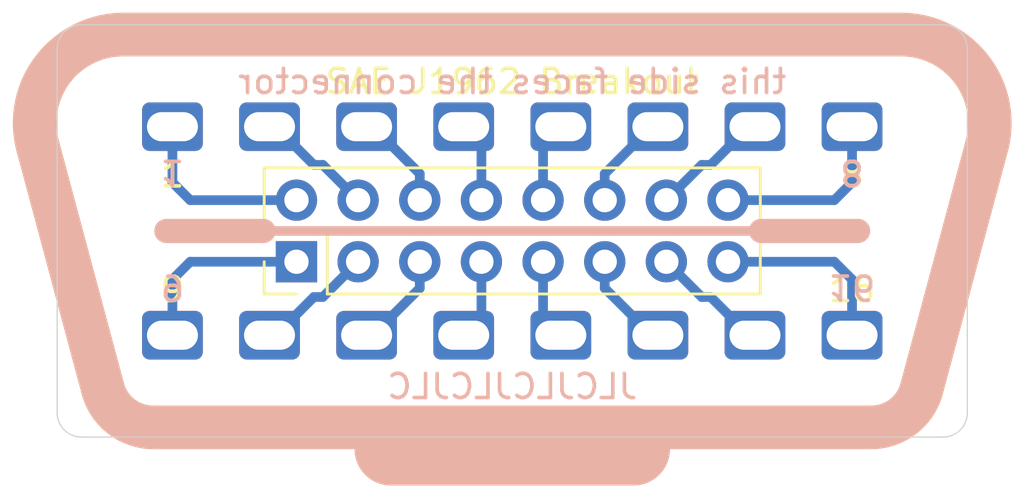
<source format=kicad_pcb>
(kicad_pcb (version 20240108) (generator "pcbnew") (generator_version "8.0")
  (layers (0 "F.Cu" signal) (31 "B.Cu" signal) (34 "B.Paste" user) (35 "F.Paste" user) (36 "B.SilkS" user "B.Silkscreen") (37 "F.SilkS" user "F.Silkscreen") (38 "B.Mask" user) (39 "F.Mask" user) (44 "Edge.Cuts" user))
  (net 0 "")
  (net 1 "Net-(J1-Pin_14)")
  (net 2 "Net-(J1-Pin_9)")
  (net 3 "Net-(J1-Pin_5)")
  (net 4 "Net-(J1-Pin_10)")
  (net 5 "Net-(J1-Pin_3)")
  (net 6 "Net-(J1-Pin_6)")
  (net 7 "Net-(J1-Pin_12)")
  (net 8 "Net-(J1-Pin_8)")
  (net 9 "Net-(J1-Pin_2)")
  (net 10 "Net-(J1-Pin_11)")
  (net 11 "Net-(J1-Pin_4)")
  (net 12 "Net-(J1-Pin_13)")
  (net 13 "Net-(J1-Pin_1)")
  (net 14 "Net-(J1-Pin_16)")
  (net 15 "Net-(J1-Pin_7)")
  (net 16 "Net-(J1-Pin_15)")
  (footprint "Connector_PinHeader_2.54mm:PinHeader_2x08_P2.54mm_Vertical" (layer "F.Cu") (at 141.11 101.27 90)
    (property "Reference" "J2" (hide yes))
    (property "Value" "Conn_02x08_Odd_Even" (hide yes))
    (fp_line (start 3.87 -1.33) (end 3.87 19.11) (stroke (width 0.12)) (layer "F.SilkS"))
    (fp_line (start 1.27 -1.33) (end 3.87 -1.33) (stroke (width 0.12)) (layer "F.SilkS"))
    (fp_line (start -1.33 -1.33) (end 0 -1.33) (stroke (width 0.12)) (layer "F.SilkS"))
    (fp_line (start -1.33 0) (end -1.33 -1.33) (stroke (width 0.12)) (layer "F.SilkS"))
    (fp_line (start 1.27 1.27) (end 1.27 -1.33) (stroke (width 0.12)) (layer "F.SilkS"))
    (fp_line (start -1.33 1.27) (end 1.27 1.27) (stroke (width 0.12)) (layer "F.SilkS"))
    (fp_line (start -1.33 1.27) (end -1.33 19.11) (stroke (width 0.12)) (layer "F.SilkS"))
    (fp_line (start -1.33 19.11) (end 3.87 19.11) (stroke (width 0.12)) (layer "F.SilkS"))
    (pad "1" thru_hole rect (at 0 0 90) (size 1.7 1.7) (drill 1) (layers "*.Cu" "*.Mask") (net 2 "Net-(J1-Pin_9)"))
    (pad "2" thru_hole oval (at 2.54 0 90) (size 1.7 1.7) (drill 1) (layers "*.Cu" "*.Mask") (net 13 "Net-(J1-Pin_1)"))
    (pad "3" thru_hole oval (at 0 2.54 90) (size 1.7 1.7) (drill 1) (layers "*.Cu" "*.Mask") (net 4 "Net-(J1-Pin_10)"))
    (pad "4" thru_hole oval (at 2.54 2.54 90) (size 1.7 1.7) (drill 1) (layers "*.Cu" "*.Mask") (net 9 "Net-(J1-Pin_2)"))
    (pad "5" thru_hole oval (at 0 5.08 90) (size 1.7 1.7) (drill 1) (layers "*.Cu" "*.Mask") (net 10 "Net-(J1-Pin_11)"))
    (pad "6" thru_hole oval (at 2.54 5.08 90) (size 1.7 1.7) (drill 1) (layers "*.Cu" "*.Mask") (net 5 "Net-(J1-Pin_3)"))
    (pad "7" thru_hole oval (at 0 7.62 90) (size 1.7 1.7) (drill 1) (layers "*.Cu" "*.Mask") (net 7 "Net-(J1-Pin_12)"))
    (pad "8" thru_hole oval (at 2.54 7.62 90) (size 1.7 1.7) (drill 1) (layers "*.Cu" "*.Mask") (net 11 "Net-(J1-Pin_4)"))
    (pad "9" thru_hole oval (at 0 10.16 90) (size 1.7 1.7) (drill 1) (layers "*.Cu" "*.Mask") (net 12 "Net-(J1-Pin_13)"))
    (pad "10" thru_hole oval (at 2.54 10.16 90) (size 1.7 1.7) (drill 1) (layers "*.Cu" "*.Mask") (net 3 "Net-(J1-Pin_5)"))
    (pad "11" thru_hole oval (at 0 12.7 90) (size 1.7 1.7) (drill 1) (layers "*.Cu" "*.Mask") (net 1 "Net-(J1-Pin_14)"))
    (pad "12" thru_hole oval (at 2.54 12.7 90) (size 1.7 1.7) (drill 1) (layers "*.Cu" "*.Mask") (net 6 "Net-(J1-Pin_6)"))
    (pad "13" thru_hole oval (at 0 15.24 90) (size 1.7 1.7) (drill 1) (layers "*.Cu" "*.Mask") (net 16 "Net-(J1-Pin_15)"))
    (pad "14" thru_hole oval (at 2.54 15.24 90) (size 1.7 1.7) (drill 1) (layers "*.Cu" "*.Mask") (net 15 "Net-(J1-Pin_7)"))
    (pad "15" thru_hole oval (at 0 17.78 90) (size 1.7 1.7) (drill 1) (layers "*.Cu" "*.Mask") (net 14 "Net-(J1-Pin_16)"))
    (pad "16" thru_hole oval (at 2.54 17.78 90) (size 1.7 1.7) (drill 1) (layers "*.Cu" "*.Mask") (net 8 "Net-(J1-Pin_8)"))
  )
  (footprint "obd-things:SAE_J1962_Male_Vertical" (layer "B.Cu") (at 150 100 -90)
    (property "Reference" "J1" (hide yes))
    (property "Value" "Conn_02x08_Top_Bottom" (hide yes))
    (fp_line (start 6.506492 16.867945) (end -3.5053 19.5506) (stroke (width 1.8)) (layer "B.SilkS"))
    (fp_line (start 0 10.25) (end 0 14.25) (stroke (width 1)) (layer "B.SilkS"))
    (fp_line (start 9 -5) (end 9 5) (stroke (width 3)) (layer "B.SilkS"))
    (fp_line (start 0 -10.25) (end 0 -14.25) (stroke (width 1)) (layer "B.SilkS"))
    (fp_line (start 0 -14.25) (end 0 14.25) (stroke (width 0.4)) (layer "B.SilkS"))
    (fp_line (start 8.1 -14.79124) (end 8.1 14.79124) (stroke (width 1.8)) (layer "B.SilkS"))
    (fp_line (start -8.1 -16.025) (end -8.1 16.025) (stroke (width 1.8)) (layer "B.SilkS"))
    (fp_line (start 6.506492 -16.867945) (end -3.5053 -19.5506) (stroke (width 1.8)) (layer "B.SilkS"))
    (fp_arc (start -3.5053 19.5506) (mid -6.671966 18.920727) (end -8.1 16.025) (stroke (width 1.8)) (layer "B.SilkS"))
    (fp_arc (start 8.1 14.79124) (mid 7.655706 16.100042) (end 6.506492 16.867945) (stroke (width 1.8)) (layer "B.SilkS"))
    (fp_arc (start -8.1 -16.025) (mid -6.671966 -18.920727) (end -3.5053 -19.5506) (stroke (width 1.8)) (layer "B.SilkS"))
    (fp_arc (start 6.506492 -16.867945) (mid 7.655712 -16.100048) (end 8.1 -14.79124) (stroke (width 1.8)) (layer "B.SilkS"))
    (fp_text user "16" (at 2.9 -14 180) (layer "B.SilkS") (effects (justify top mirror)))
    (fp_text user "1" (at -3 14 180) (layer "B.SilkS") (effects (justify bottom mirror)))
    (fp_text user "9" (at 2.9 14 180) (layer "B.SilkS") (effects (justify top mirror)))
    (fp_text user "8" (at -3 -14 180) (layer "B.SilkS") (effects (justify bottom mirror)))
    (fp_text user "16" (at 3 -14 0) (layer "F.SilkS") (effects (justify bottom)))
    (fp_text user "9" (at 3 14 0) (layer "F.SilkS") (effects (justify bottom)))
    (fp_text user "1" (at -2.9 14 0) (layer "F.SilkS") (effects (justify top)))
    (fp_text user "8" (at -2.9 -14 0) (layer "F.SilkS") (effects (justify top)))
    (pad "1" thru_hole roundrect (at -4.3 14) (size 2.5 2) (drill oval 2.1 1.2) (layers "*.Cu" "*.Mask") (roundrect_rratio 0.15) (net 13 "Net-(J1-Pin_1)"))
    (pad "2" thru_hole roundrect (at -4.3 10) (size 2.5 2) (drill oval 2.1 1.2) (layers "*.Cu" "*.Mask") (roundrect_rratio 0.15) (net 9 "Net-(J1-Pin_2)"))
    (pad "3" thru_hole roundrect (at -4.3 6) (size 2.5 2) (drill oval 2.1 1.2) (layers "*.Cu" "*.Mask") (roundrect_rratio 0.15) (net 5 "Net-(J1-Pin_3)"))
    (pad "4" thru_hole roundrect (at -4.3 2) (size 2.5 2) (drill oval 2.1 1.2) (layers "*.Cu" "*.Mask") (roundrect_rratio 0.15) (net 11 "Net-(J1-Pin_4)"))
    (pad "5" thru_hole roundrect (at -4.3 -2) (size 2.5 2) (drill oval 2.1 1.2) (layers "*.Cu" "*.Mask") (roundrect_rratio 0.15) (net 3 "Net-(J1-Pin_5)"))
    (pad "6" thru_hole roundrect (at -4.3 -6) (size 2.5 2) (drill oval 2.1 1.2) (layers "*.Cu" "*.Mask") (roundrect_rratio 0.15) (net 6 "Net-(J1-Pin_6)"))
    (pad "7" thru_hole roundrect (at -4.3 -10) (size 2.5 2) (drill oval 2.1 1.2) (layers "*.Cu" "*.Mask") (roundrect_rratio 0.15) (net 15 "Net-(J1-Pin_7)"))
    (pad "8" thru_hole roundrect (at -4.3 -14) (size 2.5 2) (drill oval 2.1 1.2) (layers "*.Cu" "*.Mask") (roundrect_rratio 0.15) (net 8 "Net-(J1-Pin_8)"))
    (pad "9" thru_hole roundrect (at 4.3 14) (size 2.5 2) (drill oval 2.1 1.2) (layers "*.Cu" "*.Mask") (roundrect_rratio 0.15) (net 2 "Net-(J1-Pin_9)"))
    (pad "10" thru_hole roundrect (at 4.3 10) (size 2.5 2) (drill oval 2.1 1.2) (layers "*.Cu" "*.Mask") (roundrect_rratio 0.15) (net 4 "Net-(J1-Pin_10)"))
    (pad "11" thru_hole roundrect (at 4.3 6) (size 2.5 2) (drill oval 2.1 1.2) (layers "*.Cu" "*.Mask") (roundrect_rratio 0.15) (net 10 "Net-(J1-Pin_11)"))
    (pad "12" thru_hole roundrect (at 4.3 2) (size 2.5 2) (drill oval 2.1 1.2) (layers "*.Cu" "*.Mask") (roundrect_rratio 0.15) (net 7 "Net-(J1-Pin_12)"))
    (pad "13" thru_hole roundrect (at 4.3 -2) (size 2.5 2) (drill oval 2.1 1.2) (layers "*.Cu" "*.Mask") (roundrect_rratio 0.15) (net 12 "Net-(J1-Pin_13)"))
    (pad "14" thru_hole roundrect (at 4.3 -6) (size 2.5 2) (drill oval 2.1 1.2) (layers "*.Cu" "*.Mask") (roundrect_rratio 0.15) (net 1 "Net-(J1-Pin_14)"))
    (pad "15" thru_hole roundrect (at 4.3 -10) (size 2.5 2) (drill oval 2.1 1.2) (layers "*.Cu" "*.Mask") (roundrect_rratio 0.15) (net 16 "Net-(J1-Pin_15)"))
    (pad "16" thru_hole roundrect (at 4.3 -14) (size 2.5 2) (drill oval 2.1 1.2) (layers "*.Cu" "*.Mask") (roundrect_rratio 0.15) (net 14 "Net-(J1-Pin_16)"))
  )
  (gr_arc (start 166.025 91.9) (mid 168.920726 93.328034) (end 169.5506 96.4947) (stroke (width 1.8)) (layer "F.SilkS"))
  (gr_line (start 133.975 91.9) (end 166.025 91.9) (stroke (width 1.8)) (layer "F.SilkS"))
  (gr_line (start 135.20876 108.1) (end 164.79124 108.1) (stroke (width 1.8)) (layer "F.SilkS"))
  (gr_line (start 169.5506 96.4947) (end 166.867945 106.506492) (stroke (width 1.8)) (layer "F.SilkS"))
  (gr_line (start 130.4494 96.4947) (end 133.132055 106.506492) (stroke (width 1.8)) (layer "F.SilkS"))
  (gr_arc (start 166.867945 106.506492) (mid 166.100047 107.65571) (end 164.79124 108.1) (stroke (width 1.8)) (layer "F.SilkS"))
  (gr_arc (start 135.20876 108.1) (mid 133.899953 107.65571) (end 133.132055 106.506492) (stroke (width 1.8)) (layer "F.SilkS"))
  (gr_arc (start 130.4494 96.4947) (mid 131.079274 93.328035) (end 133.975 91.9) (stroke (width 1.8)) (layer "F.SilkS"))
  (gr_line (start 167.75 108.5) (end 132.25 108.5) (stroke (width 0.05)) (layer "Edge.Cuts"))
  (gr_arc (start 132.25 108.5) (mid 131.542893 108.207107) (end 131.25 107.5) (stroke (width 0.05)) (layer "Edge.Cuts"))
  (gr_arc (start 131.25 92.5) (mid 131.542893 91.792893) (end 132.25 91.5) (stroke (width 0.05)) (layer "Edge.Cuts"))
  (gr_arc (start 168.75 107.5) (mid 168.457107 108.207107) (end 167.75 108.5) (stroke (width 0.05)) (layer "Edge.Cuts"))
  (gr_line (start 132.25 91.5) (end 167.75 91.5) (stroke (width 0.05)) (layer "Edge.Cuts"))
  (gr_arc (start 167.75 91.5) (mid 168.457107 91.792893) (end 168.75 92.5) (stroke (width 0.05)) (layer "Edge.Cuts"))
  (gr_line (start 131.25 107.5) (end 131.25 92.5) (stroke (width 0.05)) (layer "Edge.Cuts"))
  (gr_line (start 168.75 92.5) (end 168.75 107.5) (stroke (width 0.05)) (layer "Edge.Cuts"))
  (gr_text "JLCJLCJLCJLC" (at 150 107 0) (layer "B.SilkS") (effects (font (size 1 1)) (justify bottom mirror)))
  (gr_text "this side faces the connector" (at 150 93.25 0) (layer "B.SilkS") (effects (font (size 1 1)) (justify top mirror)))
  (gr_text "SAE J1962 Breakout" (at 150 93.25 0) (layer "F.SilkS") (effects (font (size 1 1)) (justify top)))
  (segment (start 153.81 101.27) (end 153.81 102.36) (width 0.4) (layer "B.Cu") (net 1))
  (segment (start 155.75 104.3) (end 156 104.3) (width 0.4) (layer "B.Cu") (net 1))
  (segment (start 153.81 102.36) (end 155.75 104.3) (width 0.4) (layer "B.Cu") (net 1))
  (segment (start 136 102) (end 136.73 101.27) (width 0.4) (layer "B.Cu") (net 2))
  (segment (start 136.73 101.27) (end 141.11 101.27) (width 0.4) (layer "B.Cu") (net 2))
  (segment (start 136 104.3) (end 136 102) (width 0.4) (layer "B.Cu") (net 2))
  (segment (start 151.27 98.73) (end 151.27 96.43) (width 0.4) (layer "B.Cu") (net 3))
  (segment (start 151.27 96.43) (end 152 95.7) (width 0.4) (layer "B.Cu") (net 3))
  (segment (start 140.25 104.3) (end 140 104.3) (width 0.4) (layer "B.Cu") (net 4))
  (segment (start 143.65 101.27) (end 142.195 102.725) (width 0.4) (layer "B.Cu") (net 4))
  (segment (start 142.195 102.725) (end 141.825 102.725) (width 0.4) (layer "B.Cu") (net 4))
  (segment (start 141.825 102.725) (end 140.25 104.3) (width 0.4) (layer "B.Cu") (net 4))
  (segment (start 146.19 97.64) (end 144.25 95.7) (width 0.4) (layer "B.Cu") (net 5))
  (segment (start 144.25 95.7) (end 144 95.7) (width 0.4) (layer "B.Cu") (net 5))
  (segment (start 146.19 98.73) (end 146.19 97.64) (width 0.4) (layer "B.Cu") (net 5))
  (segment (start 153.81 98.73) (end 153.81 97.64) (width 0.4) (layer "B.Cu") (net 6))
  (segment (start 153.81 97.64) (end 155.75 95.7) (width 0.4) (layer "B.Cu") (net 6))
  (segment (start 155.75 95.7) (end 156 95.7) (width 0.4) (layer "B.Cu") (net 6))
  (segment (start 148.73 103.57) (end 148 104.3) (width 0.4) (layer "B.Cu") (net 7))
  (segment (start 148.73 101.27) (end 148.73 103.57) (width 0.4) (layer "B.Cu") (net 7))
  (segment (start 163.27 98.73) (end 158.89 98.73) (width 0.4) (layer "B.Cu") (net 8))
  (segment (start 164 98) (end 163.27 98.73) (width 0.4) (layer "B.Cu") (net 8))
  (segment (start 164 95.7) (end 164 98) (width 0.4) (layer "B.Cu") (net 8))
  (segment (start 140.25 95.7) (end 140 95.7) (width 0.4) (layer "B.Cu") (net 9))
  (segment (start 141.825 97.275) (end 140.25 95.7) (width 0.4) (layer "B.Cu") (net 9))
  (segment (start 143.65 98.73) (end 142.195 97.275) (width 0.4) (layer "B.Cu") (net 9))
  (segment (start 142.195 97.275) (end 141.825 97.275) (width 0.4) (layer "B.Cu") (net 9))
  (segment (start 146.19 101.27) (end 146.19 102.36) (width 0.4) (layer "B.Cu") (net 10))
  (segment (start 146.19 102.36) (end 144.25 104.3) (width 0.4) (layer "B.Cu") (net 10))
  (segment (start 144.25 104.3) (end 144 104.3) (width 0.4) (layer "B.Cu") (net 10))
  (segment (start 148.73 96.43) (end 148 95.7) (width 0.4) (layer "B.Cu") (net 11))
  (segment (start 148.73 98.73) (end 148.73 96.43) (width 0.4) (layer "B.Cu") (net 11))
  (segment (start 151.27 103.57) (end 152 104.3) (width 0.4) (layer "B.Cu") (net 12))
  (segment (start 151.27 101.27) (end 151.27 103.57) (width 0.4) (layer "B.Cu") (net 12))
  (segment (start 136 98) (end 136.73 98.73) (width 0.4) (layer "B.Cu") (net 13))
  (segment (start 136.73 98.73) (end 141.11 98.73) (width 0.4) (layer "B.Cu") (net 13))
  (segment (start 136 95.7) (end 136 98) (width 0.4) (layer "B.Cu") (net 13))
  (segment (start 164 104.3) (end 164 102) (width 0.4) (layer "B.Cu") (net 14))
  (segment (start 163.27 101.27) (end 158.89 101.27) (width 0.4) (layer "B.Cu") (net 14))
  (segment (start 164 102) (end 163.27 101.27) (width 0.4) (layer "B.Cu") (net 14))
  (segment (start 156.35 98.73) (end 157.805 97.275) (width 0.4) (layer "B.Cu") (net 15))
  (segment (start 157.805 97.275) (end 158.175 97.275) (width 0.4) (layer "B.Cu") (net 15))
  (segment (start 158.175 97.275) (end 159.75 95.7) (width 0.4) (layer "B.Cu") (net 15))
  (segment (start 159.75 95.7) (end 160 95.7) (width 0.4) (layer "B.Cu") (net 15))
  (segment (start 157.805 102.725) (end 158.175 102.725) (width 0.4) (layer "B.Cu") (net 16))
  (segment (start 156.35 101.27) (end 157.805 102.725) (width 0.4) (layer "B.Cu") (net 16))
  (segment (start 158.175 102.725) (end 159.75 104.3) (width 0.4) (layer "B.Cu") (net 16))
  (segment (start 159.75 104.3) (end 160 104.3) (width 0.4) (layer "B.Cu") (net 16))
)
</source>
